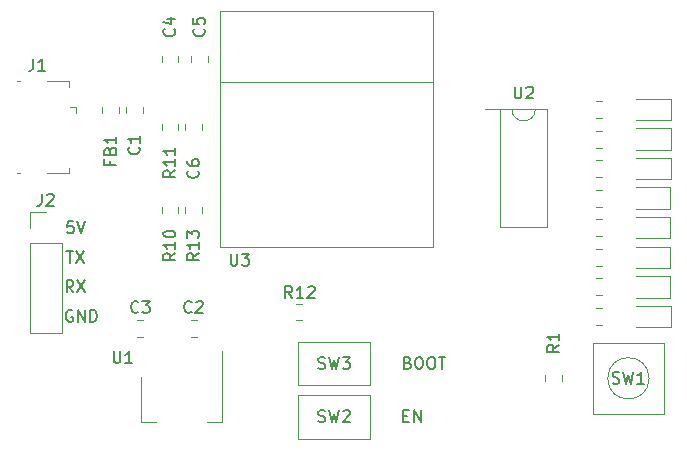
<source format=gbr>
G04 #@! TF.GenerationSoftware,KiCad,Pcbnew,(5.1.6)-1*
G04 #@! TF.CreationDate,2020-08-23T16:03:49+02:00*
G04 #@! TF.ProjectId,PacketVis,5061636b-6574-4566-9973-2e6b69636164,A01*
G04 #@! TF.SameCoordinates,Original*
G04 #@! TF.FileFunction,Legend,Top*
G04 #@! TF.FilePolarity,Positive*
%FSLAX46Y46*%
G04 Gerber Fmt 4.6, Leading zero omitted, Abs format (unit mm)*
G04 Created by KiCad (PCBNEW (5.1.6)-1) date 2020-08-23 16:03:49*
%MOMM*%
%LPD*%
G01*
G04 APERTURE LIST*
%ADD10C,0.150000*%
%ADD11C,0.200000*%
%ADD12C,0.120000*%
G04 APERTURE END LIST*
D10*
X186989523Y-93452380D02*
X186513333Y-93452380D01*
X186465714Y-93928571D01*
X186513333Y-93880952D01*
X186608571Y-93833333D01*
X186846666Y-93833333D01*
X186941904Y-93880952D01*
X186989523Y-93928571D01*
X187037142Y-94023809D01*
X187037142Y-94261904D01*
X186989523Y-94357142D01*
X186941904Y-94404761D01*
X186846666Y-94452380D01*
X186608571Y-94452380D01*
X186513333Y-94404761D01*
X186465714Y-94357142D01*
X187322857Y-93452380D02*
X187656190Y-94452380D01*
X187989523Y-93452380D01*
X186918095Y-101000000D02*
X186822857Y-100952380D01*
X186680000Y-100952380D01*
X186537142Y-101000000D01*
X186441904Y-101095238D01*
X186394285Y-101190476D01*
X186346666Y-101380952D01*
X186346666Y-101523809D01*
X186394285Y-101714285D01*
X186441904Y-101809523D01*
X186537142Y-101904761D01*
X186680000Y-101952380D01*
X186775238Y-101952380D01*
X186918095Y-101904761D01*
X186965714Y-101857142D01*
X186965714Y-101523809D01*
X186775238Y-101523809D01*
X187394285Y-101952380D02*
X187394285Y-100952380D01*
X187965714Y-101952380D01*
X187965714Y-100952380D01*
X188441904Y-101952380D02*
X188441904Y-100952380D01*
X188680000Y-100952380D01*
X188822857Y-101000000D01*
X188918095Y-101095238D01*
X188965714Y-101190476D01*
X189013333Y-101380952D01*
X189013333Y-101523809D01*
X188965714Y-101714285D01*
X188918095Y-101809523D01*
X188822857Y-101904761D01*
X188680000Y-101952380D01*
X188441904Y-101952380D01*
X187013333Y-99452380D02*
X186680000Y-98976190D01*
X186441904Y-99452380D02*
X186441904Y-98452380D01*
X186822857Y-98452380D01*
X186918095Y-98500000D01*
X186965714Y-98547619D01*
X187013333Y-98642857D01*
X187013333Y-98785714D01*
X186965714Y-98880952D01*
X186918095Y-98928571D01*
X186822857Y-98976190D01*
X186441904Y-98976190D01*
X187346666Y-98452380D02*
X188013333Y-99452380D01*
X188013333Y-98452380D02*
X187346666Y-99452380D01*
X186418095Y-95952380D02*
X186989523Y-95952380D01*
X186703809Y-96952380D02*
X186703809Y-95952380D01*
X187227619Y-95952380D02*
X187894285Y-96952380D01*
X187894285Y-95952380D02*
X187227619Y-96952380D01*
D11*
X214941904Y-109928571D02*
X215275238Y-109928571D01*
X215418095Y-110452380D02*
X214941904Y-110452380D01*
X214941904Y-109452380D01*
X215418095Y-109452380D01*
X215846666Y-110452380D02*
X215846666Y-109452380D01*
X216418095Y-110452380D01*
X216418095Y-109452380D01*
X215322857Y-105428571D02*
X215465714Y-105476190D01*
X215513333Y-105523809D01*
X215560952Y-105619047D01*
X215560952Y-105761904D01*
X215513333Y-105857142D01*
X215465714Y-105904761D01*
X215370476Y-105952380D01*
X214989523Y-105952380D01*
X214989523Y-104952380D01*
X215322857Y-104952380D01*
X215418095Y-105000000D01*
X215465714Y-105047619D01*
X215513333Y-105142857D01*
X215513333Y-105238095D01*
X215465714Y-105333333D01*
X215418095Y-105380952D01*
X215322857Y-105428571D01*
X214989523Y-105428571D01*
X216180000Y-104952380D02*
X216370476Y-104952380D01*
X216465714Y-105000000D01*
X216560952Y-105095238D01*
X216608571Y-105285714D01*
X216608571Y-105619047D01*
X216560952Y-105809523D01*
X216465714Y-105904761D01*
X216370476Y-105952380D01*
X216180000Y-105952380D01*
X216084761Y-105904761D01*
X215989523Y-105809523D01*
X215941904Y-105619047D01*
X215941904Y-105285714D01*
X215989523Y-105095238D01*
X216084761Y-105000000D01*
X216180000Y-104952380D01*
X217227619Y-104952380D02*
X217418095Y-104952380D01*
X217513333Y-105000000D01*
X217608571Y-105095238D01*
X217656190Y-105285714D01*
X217656190Y-105619047D01*
X217608571Y-105809523D01*
X217513333Y-105904761D01*
X217418095Y-105952380D01*
X217227619Y-105952380D01*
X217132380Y-105904761D01*
X217037142Y-105809523D01*
X216989523Y-105619047D01*
X216989523Y-105285714D01*
X217037142Y-105095238D01*
X217132380Y-105000000D01*
X217227619Y-104952380D01*
X217941904Y-104952380D02*
X218513333Y-104952380D01*
X218227619Y-105952380D02*
X218227619Y-104952380D01*
D12*
X183350000Y-102950000D02*
X186010000Y-102950000D01*
X183350000Y-95270000D02*
X183350000Y-102950000D01*
X186010000Y-95270000D02*
X186010000Y-102950000D01*
X183350000Y-95270000D02*
X186010000Y-95270000D01*
X183350000Y-94000000D02*
X183350000Y-92670000D01*
X183350000Y-92670000D02*
X184680000Y-92670000D01*
X199430000Y-75650000D02*
X199430000Y-95650000D01*
X199430000Y-95650000D02*
X217430000Y-95650000D01*
X217430000Y-95650000D02*
X217430000Y-75650000D01*
X217430000Y-75650000D02*
X199430000Y-75650000D01*
X199430000Y-81650000D02*
X217430000Y-81650000D01*
X227130000Y-93945000D02*
X223130000Y-93945000D01*
X227130000Y-83945000D02*
X227130000Y-93945000D01*
X223130000Y-83945000D02*
X227130000Y-83945000D01*
X223130000Y-93945000D02*
X223130000Y-83945000D01*
X223130000Y-83945000D02*
X221880000Y-83945000D01*
X226130000Y-83945000D02*
G75*
G02*
X224130000Y-83945000I-1000000J0D01*
G01*
X209080000Y-103650000D02*
X212130000Y-103650000D01*
X212130000Y-107350000D02*
X206030000Y-107350000D01*
X212130000Y-103650000D02*
X212130000Y-107350000D01*
X206030000Y-103650000D02*
X212130000Y-103650000D01*
X206030000Y-107350000D02*
X206030000Y-103650000D01*
X209080000Y-108150000D02*
X212130000Y-108150000D01*
X212130000Y-111850000D02*
X206030000Y-111850000D01*
X212130000Y-108150000D02*
X212130000Y-111850000D01*
X206030000Y-108150000D02*
X212130000Y-108150000D01*
X206030000Y-111850000D02*
X206030000Y-108150000D01*
X237000000Y-109750000D02*
X231000000Y-109750000D01*
X235750000Y-106750000D02*
G75*
G03*
X235750000Y-106750000I-1750000J0D01*
G01*
X231000000Y-109750000D02*
X231000000Y-103750000D01*
X237000000Y-103750000D02*
X237000000Y-109750000D01*
X231000000Y-103750000D02*
X237000000Y-103750000D01*
X190890000Y-83741422D02*
X190890000Y-84258578D01*
X189470000Y-83741422D02*
X189470000Y-84258578D01*
X192770000Y-110410000D02*
X194030000Y-110410000D01*
X199590000Y-110410000D02*
X198330000Y-110410000D01*
X192770000Y-106650000D02*
X192770000Y-110410000D01*
X199590000Y-104400000D02*
X199590000Y-110410000D01*
X194470000Y-92758578D02*
X194470000Y-92241422D01*
X195890000Y-92758578D02*
X195890000Y-92241422D01*
X226970000Y-107008578D02*
X226970000Y-106491422D01*
X228390000Y-107008578D02*
X228390000Y-106491422D01*
X194470000Y-85758578D02*
X194470000Y-85241422D01*
X195890000Y-85758578D02*
X195890000Y-85241422D01*
X197890000Y-92241422D02*
X197890000Y-92758578D01*
X196470000Y-92241422D02*
X196470000Y-92758578D01*
X206388578Y-101840000D02*
X205871422Y-101840000D01*
X206388578Y-100420000D02*
X205871422Y-100420000D01*
X186642500Y-81600000D02*
X186642500Y-82050000D01*
X184792500Y-81600000D02*
X186642500Y-81600000D01*
X182242500Y-89400000D02*
X182492500Y-89400000D01*
X182242500Y-81600000D02*
X182492500Y-81600000D01*
X184792500Y-89400000D02*
X186642500Y-89400000D01*
X186642500Y-89400000D02*
X186642500Y-88950000D01*
X187192500Y-83800000D02*
X187192500Y-84250000D01*
X187192500Y-83800000D02*
X186742500Y-83800000D01*
X196983922Y-101790000D02*
X197501078Y-101790000D01*
X196983922Y-103210000D02*
X197501078Y-103210000D01*
X197890000Y-85241422D02*
X197890000Y-85758578D01*
X196470000Y-85241422D02*
X196470000Y-85758578D01*
X192938578Y-103210000D02*
X192421422Y-103210000D01*
X192938578Y-101790000D02*
X192421422Y-101790000D01*
X192890000Y-83741422D02*
X192890000Y-84258578D01*
X191470000Y-83741422D02*
X191470000Y-84258578D01*
X196970000Y-80008578D02*
X196970000Y-79491422D01*
X198390000Y-80008578D02*
X198390000Y-79491422D01*
X194470000Y-80008578D02*
X194470000Y-79491422D01*
X195890000Y-80008578D02*
X195890000Y-79491422D01*
X231251422Y-100790000D02*
X231768578Y-100790000D01*
X231251422Y-102210000D02*
X231768578Y-102210000D01*
X231251422Y-98290000D02*
X231768578Y-98290000D01*
X231251422Y-99710000D02*
X231768578Y-99710000D01*
X231251422Y-95790000D02*
X231768578Y-95790000D01*
X231251422Y-97210000D02*
X231768578Y-97210000D01*
X231251422Y-93290000D02*
X231768578Y-93290000D01*
X231251422Y-94710000D02*
X231768578Y-94710000D01*
X231251422Y-90790000D02*
X231768578Y-90790000D01*
X231251422Y-92210000D02*
X231768578Y-92210000D01*
X231251422Y-88290000D02*
X231768578Y-88290000D01*
X231251422Y-89710000D02*
X231768578Y-89710000D01*
X231251422Y-85790000D02*
X231768578Y-85790000D01*
X231251422Y-87210000D02*
X231768578Y-87210000D01*
X231251422Y-83290000D02*
X231768578Y-83290000D01*
X231251422Y-84710000D02*
X231768578Y-84710000D01*
X234680000Y-84910000D02*
X237565000Y-84910000D01*
X237565000Y-84910000D02*
X237565000Y-83090000D01*
X237565000Y-83090000D02*
X234680000Y-83090000D01*
X234680000Y-102410000D02*
X237565000Y-102410000D01*
X237565000Y-102410000D02*
X237565000Y-100590000D01*
X237565000Y-100590000D02*
X234680000Y-100590000D01*
X234642500Y-99910000D02*
X237527500Y-99910000D01*
X237527500Y-99910000D02*
X237527500Y-98090000D01*
X237527500Y-98090000D02*
X234642500Y-98090000D01*
X234642500Y-97410000D02*
X237527500Y-97410000D01*
X237527500Y-97410000D02*
X237527500Y-95590000D01*
X237527500Y-95590000D02*
X234642500Y-95590000D01*
X234642500Y-94910000D02*
X237527500Y-94910000D01*
X237527500Y-94910000D02*
X237527500Y-93090000D01*
X237527500Y-93090000D02*
X234642500Y-93090000D01*
X234642500Y-92410000D02*
X237527500Y-92410000D01*
X237527500Y-92410000D02*
X237527500Y-90590000D01*
X237527500Y-90590000D02*
X234642500Y-90590000D01*
X234680000Y-89910000D02*
X237565000Y-89910000D01*
X237565000Y-89910000D02*
X237565000Y-88090000D01*
X237565000Y-88090000D02*
X234680000Y-88090000D01*
X234680000Y-87410000D02*
X237565000Y-87410000D01*
X237565000Y-87410000D02*
X237565000Y-85590000D01*
X237565000Y-85590000D02*
X234680000Y-85590000D01*
D10*
X184346666Y-91122380D02*
X184346666Y-91836666D01*
X184299047Y-91979523D01*
X184203809Y-92074761D01*
X184060952Y-92122380D01*
X183965714Y-92122380D01*
X184775238Y-91217619D02*
X184822857Y-91170000D01*
X184918095Y-91122380D01*
X185156190Y-91122380D01*
X185251428Y-91170000D01*
X185299047Y-91217619D01*
X185346666Y-91312857D01*
X185346666Y-91408095D01*
X185299047Y-91550952D01*
X184727619Y-92122380D01*
X185346666Y-92122380D01*
X200318095Y-96202380D02*
X200318095Y-97011904D01*
X200365714Y-97107142D01*
X200413333Y-97154761D01*
X200508571Y-97202380D01*
X200699047Y-97202380D01*
X200794285Y-97154761D01*
X200841904Y-97107142D01*
X200889523Y-97011904D01*
X200889523Y-96202380D01*
X201270476Y-96202380D02*
X201889523Y-96202380D01*
X201556190Y-96583333D01*
X201699047Y-96583333D01*
X201794285Y-96630952D01*
X201841904Y-96678571D01*
X201889523Y-96773809D01*
X201889523Y-97011904D01*
X201841904Y-97107142D01*
X201794285Y-97154761D01*
X201699047Y-97202380D01*
X201413333Y-97202380D01*
X201318095Y-97154761D01*
X201270476Y-97107142D01*
X224368095Y-82047380D02*
X224368095Y-82856904D01*
X224415714Y-82952142D01*
X224463333Y-82999761D01*
X224558571Y-83047380D01*
X224749047Y-83047380D01*
X224844285Y-82999761D01*
X224891904Y-82952142D01*
X224939523Y-82856904D01*
X224939523Y-82047380D01*
X225368095Y-82142619D02*
X225415714Y-82095000D01*
X225510952Y-82047380D01*
X225749047Y-82047380D01*
X225844285Y-82095000D01*
X225891904Y-82142619D01*
X225939523Y-82237857D01*
X225939523Y-82333095D01*
X225891904Y-82475952D01*
X225320476Y-83047380D01*
X225939523Y-83047380D01*
X207746666Y-105904761D02*
X207889523Y-105952380D01*
X208127619Y-105952380D01*
X208222857Y-105904761D01*
X208270476Y-105857142D01*
X208318095Y-105761904D01*
X208318095Y-105666666D01*
X208270476Y-105571428D01*
X208222857Y-105523809D01*
X208127619Y-105476190D01*
X207937142Y-105428571D01*
X207841904Y-105380952D01*
X207794285Y-105333333D01*
X207746666Y-105238095D01*
X207746666Y-105142857D01*
X207794285Y-105047619D01*
X207841904Y-105000000D01*
X207937142Y-104952380D01*
X208175238Y-104952380D01*
X208318095Y-105000000D01*
X208651428Y-104952380D02*
X208889523Y-105952380D01*
X209080000Y-105238095D01*
X209270476Y-105952380D01*
X209508571Y-104952380D01*
X209794285Y-104952380D02*
X210413333Y-104952380D01*
X210080000Y-105333333D01*
X210222857Y-105333333D01*
X210318095Y-105380952D01*
X210365714Y-105428571D01*
X210413333Y-105523809D01*
X210413333Y-105761904D01*
X210365714Y-105857142D01*
X210318095Y-105904761D01*
X210222857Y-105952380D01*
X209937142Y-105952380D01*
X209841904Y-105904761D01*
X209794285Y-105857142D01*
X207746666Y-110404761D02*
X207889523Y-110452380D01*
X208127619Y-110452380D01*
X208222857Y-110404761D01*
X208270476Y-110357142D01*
X208318095Y-110261904D01*
X208318095Y-110166666D01*
X208270476Y-110071428D01*
X208222857Y-110023809D01*
X208127619Y-109976190D01*
X207937142Y-109928571D01*
X207841904Y-109880952D01*
X207794285Y-109833333D01*
X207746666Y-109738095D01*
X207746666Y-109642857D01*
X207794285Y-109547619D01*
X207841904Y-109500000D01*
X207937142Y-109452380D01*
X208175238Y-109452380D01*
X208318095Y-109500000D01*
X208651428Y-109452380D02*
X208889523Y-110452380D01*
X209080000Y-109738095D01*
X209270476Y-110452380D01*
X209508571Y-109452380D01*
X209841904Y-109547619D02*
X209889523Y-109500000D01*
X209984761Y-109452380D01*
X210222857Y-109452380D01*
X210318095Y-109500000D01*
X210365714Y-109547619D01*
X210413333Y-109642857D01*
X210413333Y-109738095D01*
X210365714Y-109880952D01*
X209794285Y-110452380D01*
X210413333Y-110452380D01*
X232666666Y-107154761D02*
X232809523Y-107202380D01*
X233047619Y-107202380D01*
X233142857Y-107154761D01*
X233190476Y-107107142D01*
X233238095Y-107011904D01*
X233238095Y-106916666D01*
X233190476Y-106821428D01*
X233142857Y-106773809D01*
X233047619Y-106726190D01*
X232857142Y-106678571D01*
X232761904Y-106630952D01*
X232714285Y-106583333D01*
X232666666Y-106488095D01*
X232666666Y-106392857D01*
X232714285Y-106297619D01*
X232761904Y-106250000D01*
X232857142Y-106202380D01*
X233095238Y-106202380D01*
X233238095Y-106250000D01*
X233571428Y-106202380D02*
X233809523Y-107202380D01*
X234000000Y-106488095D01*
X234190476Y-107202380D01*
X234428571Y-106202380D01*
X235333333Y-107202380D02*
X234761904Y-107202380D01*
X235047619Y-107202380D02*
X235047619Y-106202380D01*
X234952380Y-106345238D01*
X234857142Y-106440476D01*
X234761904Y-106488095D01*
X190108571Y-88333333D02*
X190108571Y-88666666D01*
X190632380Y-88666666D02*
X189632380Y-88666666D01*
X189632380Y-88190476D01*
X190108571Y-87476190D02*
X190156190Y-87333333D01*
X190203809Y-87285714D01*
X190299047Y-87238095D01*
X190441904Y-87238095D01*
X190537142Y-87285714D01*
X190584761Y-87333333D01*
X190632380Y-87428571D01*
X190632380Y-87809523D01*
X189632380Y-87809523D01*
X189632380Y-87476190D01*
X189680000Y-87380952D01*
X189727619Y-87333333D01*
X189822857Y-87285714D01*
X189918095Y-87285714D01*
X190013333Y-87333333D01*
X190060952Y-87380952D01*
X190108571Y-87476190D01*
X190108571Y-87809523D01*
X190632380Y-86285714D02*
X190632380Y-86857142D01*
X190632380Y-86571428D02*
X189632380Y-86571428D01*
X189775238Y-86666666D01*
X189870476Y-86761904D01*
X189918095Y-86857142D01*
X190418095Y-104452380D02*
X190418095Y-105261904D01*
X190465714Y-105357142D01*
X190513333Y-105404761D01*
X190608571Y-105452380D01*
X190799047Y-105452380D01*
X190894285Y-105404761D01*
X190941904Y-105357142D01*
X190989523Y-105261904D01*
X190989523Y-104452380D01*
X191989523Y-105452380D02*
X191418095Y-105452380D01*
X191703809Y-105452380D02*
X191703809Y-104452380D01*
X191608571Y-104595238D01*
X191513333Y-104690476D01*
X191418095Y-104738095D01*
X195632380Y-96142857D02*
X195156190Y-96476190D01*
X195632380Y-96714285D02*
X194632380Y-96714285D01*
X194632380Y-96333333D01*
X194680000Y-96238095D01*
X194727619Y-96190476D01*
X194822857Y-96142857D01*
X194965714Y-96142857D01*
X195060952Y-96190476D01*
X195108571Y-96238095D01*
X195156190Y-96333333D01*
X195156190Y-96714285D01*
X195632380Y-95190476D02*
X195632380Y-95761904D01*
X195632380Y-95476190D02*
X194632380Y-95476190D01*
X194775238Y-95571428D01*
X194870476Y-95666666D01*
X194918095Y-95761904D01*
X194632380Y-94571428D02*
X194632380Y-94476190D01*
X194680000Y-94380952D01*
X194727619Y-94333333D01*
X194822857Y-94285714D01*
X195013333Y-94238095D01*
X195251428Y-94238095D01*
X195441904Y-94285714D01*
X195537142Y-94333333D01*
X195584761Y-94380952D01*
X195632380Y-94476190D01*
X195632380Y-94571428D01*
X195584761Y-94666666D01*
X195537142Y-94714285D01*
X195441904Y-94761904D01*
X195251428Y-94809523D01*
X195013333Y-94809523D01*
X194822857Y-94761904D01*
X194727619Y-94714285D01*
X194680000Y-94666666D01*
X194632380Y-94571428D01*
X228132380Y-103916666D02*
X227656190Y-104250000D01*
X228132380Y-104488095D02*
X227132380Y-104488095D01*
X227132380Y-104107142D01*
X227180000Y-104011904D01*
X227227619Y-103964285D01*
X227322857Y-103916666D01*
X227465714Y-103916666D01*
X227560952Y-103964285D01*
X227608571Y-104011904D01*
X227656190Y-104107142D01*
X227656190Y-104488095D01*
X228132380Y-102964285D02*
X228132380Y-103535714D01*
X228132380Y-103250000D02*
X227132380Y-103250000D01*
X227275238Y-103345238D01*
X227370476Y-103440476D01*
X227418095Y-103535714D01*
X195632380Y-89142857D02*
X195156190Y-89476190D01*
X195632380Y-89714285D02*
X194632380Y-89714285D01*
X194632380Y-89333333D01*
X194680000Y-89238095D01*
X194727619Y-89190476D01*
X194822857Y-89142857D01*
X194965714Y-89142857D01*
X195060952Y-89190476D01*
X195108571Y-89238095D01*
X195156190Y-89333333D01*
X195156190Y-89714285D01*
X195632380Y-88190476D02*
X195632380Y-88761904D01*
X195632380Y-88476190D02*
X194632380Y-88476190D01*
X194775238Y-88571428D01*
X194870476Y-88666666D01*
X194918095Y-88761904D01*
X195632380Y-87238095D02*
X195632380Y-87809523D01*
X195632380Y-87523809D02*
X194632380Y-87523809D01*
X194775238Y-87619047D01*
X194870476Y-87714285D01*
X194918095Y-87809523D01*
X197632380Y-96142857D02*
X197156190Y-96476190D01*
X197632380Y-96714285D02*
X196632380Y-96714285D01*
X196632380Y-96333333D01*
X196680000Y-96238095D01*
X196727619Y-96190476D01*
X196822857Y-96142857D01*
X196965714Y-96142857D01*
X197060952Y-96190476D01*
X197108571Y-96238095D01*
X197156190Y-96333333D01*
X197156190Y-96714285D01*
X197632380Y-95190476D02*
X197632380Y-95761904D01*
X197632380Y-95476190D02*
X196632380Y-95476190D01*
X196775238Y-95571428D01*
X196870476Y-95666666D01*
X196918095Y-95761904D01*
X196632380Y-94857142D02*
X196632380Y-94238095D01*
X197013333Y-94571428D01*
X197013333Y-94428571D01*
X197060952Y-94333333D01*
X197108571Y-94285714D01*
X197203809Y-94238095D01*
X197441904Y-94238095D01*
X197537142Y-94285714D01*
X197584761Y-94333333D01*
X197632380Y-94428571D01*
X197632380Y-94714285D01*
X197584761Y-94809523D01*
X197537142Y-94857142D01*
X205537142Y-99952380D02*
X205203809Y-99476190D01*
X204965714Y-99952380D02*
X204965714Y-98952380D01*
X205346666Y-98952380D01*
X205441904Y-99000000D01*
X205489523Y-99047619D01*
X205537142Y-99142857D01*
X205537142Y-99285714D01*
X205489523Y-99380952D01*
X205441904Y-99428571D01*
X205346666Y-99476190D01*
X204965714Y-99476190D01*
X206489523Y-99952380D02*
X205918095Y-99952380D01*
X206203809Y-99952380D02*
X206203809Y-98952380D01*
X206108571Y-99095238D01*
X206013333Y-99190476D01*
X205918095Y-99238095D01*
X206870476Y-99047619D02*
X206918095Y-99000000D01*
X207013333Y-98952380D01*
X207251428Y-98952380D01*
X207346666Y-99000000D01*
X207394285Y-99047619D01*
X207441904Y-99142857D01*
X207441904Y-99238095D01*
X207394285Y-99380952D01*
X206822857Y-99952380D01*
X207441904Y-99952380D01*
X183596666Y-79702380D02*
X183596666Y-80416666D01*
X183549047Y-80559523D01*
X183453809Y-80654761D01*
X183310952Y-80702380D01*
X183215714Y-80702380D01*
X184596666Y-80702380D02*
X184025238Y-80702380D01*
X184310952Y-80702380D02*
X184310952Y-79702380D01*
X184215714Y-79845238D01*
X184120476Y-79940476D01*
X184025238Y-79988095D01*
X197013333Y-101107142D02*
X196965714Y-101154761D01*
X196822857Y-101202380D01*
X196727619Y-101202380D01*
X196584761Y-101154761D01*
X196489523Y-101059523D01*
X196441904Y-100964285D01*
X196394285Y-100773809D01*
X196394285Y-100630952D01*
X196441904Y-100440476D01*
X196489523Y-100345238D01*
X196584761Y-100250000D01*
X196727619Y-100202380D01*
X196822857Y-100202380D01*
X196965714Y-100250000D01*
X197013333Y-100297619D01*
X197394285Y-100297619D02*
X197441904Y-100250000D01*
X197537142Y-100202380D01*
X197775238Y-100202380D01*
X197870476Y-100250000D01*
X197918095Y-100297619D01*
X197965714Y-100392857D01*
X197965714Y-100488095D01*
X197918095Y-100630952D01*
X197346666Y-101202380D01*
X197965714Y-101202380D01*
X197537142Y-89166666D02*
X197584761Y-89214285D01*
X197632380Y-89357142D01*
X197632380Y-89452380D01*
X197584761Y-89595238D01*
X197489523Y-89690476D01*
X197394285Y-89738095D01*
X197203809Y-89785714D01*
X197060952Y-89785714D01*
X196870476Y-89738095D01*
X196775238Y-89690476D01*
X196680000Y-89595238D01*
X196632380Y-89452380D01*
X196632380Y-89357142D01*
X196680000Y-89214285D01*
X196727619Y-89166666D01*
X196632380Y-88309523D02*
X196632380Y-88500000D01*
X196680000Y-88595238D01*
X196727619Y-88642857D01*
X196870476Y-88738095D01*
X197060952Y-88785714D01*
X197441904Y-88785714D01*
X197537142Y-88738095D01*
X197584761Y-88690476D01*
X197632380Y-88595238D01*
X197632380Y-88404761D01*
X197584761Y-88309523D01*
X197537142Y-88261904D01*
X197441904Y-88214285D01*
X197203809Y-88214285D01*
X197108571Y-88261904D01*
X197060952Y-88309523D01*
X197013333Y-88404761D01*
X197013333Y-88595238D01*
X197060952Y-88690476D01*
X197108571Y-88738095D01*
X197203809Y-88785714D01*
X192513333Y-101107142D02*
X192465714Y-101154761D01*
X192322857Y-101202380D01*
X192227619Y-101202380D01*
X192084761Y-101154761D01*
X191989523Y-101059523D01*
X191941904Y-100964285D01*
X191894285Y-100773809D01*
X191894285Y-100630952D01*
X191941904Y-100440476D01*
X191989523Y-100345238D01*
X192084761Y-100250000D01*
X192227619Y-100202380D01*
X192322857Y-100202380D01*
X192465714Y-100250000D01*
X192513333Y-100297619D01*
X192846666Y-100202380D02*
X193465714Y-100202380D01*
X193132380Y-100583333D01*
X193275238Y-100583333D01*
X193370476Y-100630952D01*
X193418095Y-100678571D01*
X193465714Y-100773809D01*
X193465714Y-101011904D01*
X193418095Y-101107142D01*
X193370476Y-101154761D01*
X193275238Y-101202380D01*
X192989523Y-101202380D01*
X192894285Y-101154761D01*
X192846666Y-101107142D01*
X192537142Y-87166666D02*
X192584761Y-87214285D01*
X192632380Y-87357142D01*
X192632380Y-87452380D01*
X192584761Y-87595238D01*
X192489523Y-87690476D01*
X192394285Y-87738095D01*
X192203809Y-87785714D01*
X192060952Y-87785714D01*
X191870476Y-87738095D01*
X191775238Y-87690476D01*
X191680000Y-87595238D01*
X191632380Y-87452380D01*
X191632380Y-87357142D01*
X191680000Y-87214285D01*
X191727619Y-87166666D01*
X192632380Y-86214285D02*
X192632380Y-86785714D01*
X192632380Y-86500000D02*
X191632380Y-86500000D01*
X191775238Y-86595238D01*
X191870476Y-86690476D01*
X191918095Y-86785714D01*
X198037142Y-77166666D02*
X198084761Y-77214285D01*
X198132380Y-77357142D01*
X198132380Y-77452380D01*
X198084761Y-77595238D01*
X197989523Y-77690476D01*
X197894285Y-77738095D01*
X197703809Y-77785714D01*
X197560952Y-77785714D01*
X197370476Y-77738095D01*
X197275238Y-77690476D01*
X197180000Y-77595238D01*
X197132380Y-77452380D01*
X197132380Y-77357142D01*
X197180000Y-77214285D01*
X197227619Y-77166666D01*
X197132380Y-76261904D02*
X197132380Y-76738095D01*
X197608571Y-76785714D01*
X197560952Y-76738095D01*
X197513333Y-76642857D01*
X197513333Y-76404761D01*
X197560952Y-76309523D01*
X197608571Y-76261904D01*
X197703809Y-76214285D01*
X197941904Y-76214285D01*
X198037142Y-76261904D01*
X198084761Y-76309523D01*
X198132380Y-76404761D01*
X198132380Y-76642857D01*
X198084761Y-76738095D01*
X198037142Y-76785714D01*
X195537142Y-77166666D02*
X195584761Y-77214285D01*
X195632380Y-77357142D01*
X195632380Y-77452380D01*
X195584761Y-77595238D01*
X195489523Y-77690476D01*
X195394285Y-77738095D01*
X195203809Y-77785714D01*
X195060952Y-77785714D01*
X194870476Y-77738095D01*
X194775238Y-77690476D01*
X194680000Y-77595238D01*
X194632380Y-77452380D01*
X194632380Y-77357142D01*
X194680000Y-77214285D01*
X194727619Y-77166666D01*
X194965714Y-76309523D02*
X195632380Y-76309523D01*
X194584761Y-76547619D02*
X195299047Y-76785714D01*
X195299047Y-76166666D01*
M02*

</source>
